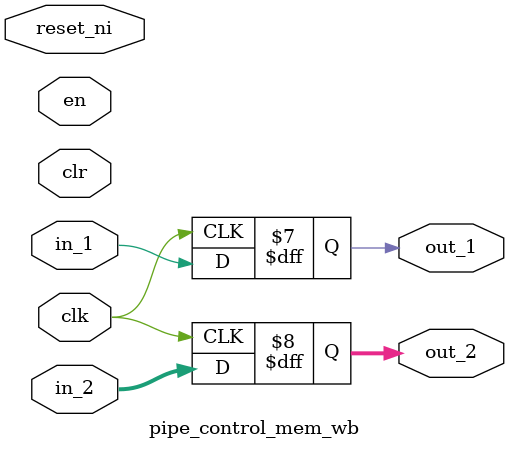
<source format=v>
 `timescale 1ns / 1ps


module pipe_if_id(
    input clk,
    input reset_ni,
    input en,
    input clr,
    input [31:0] in_1,
    input [31:0] in_2,
    input [31:0] in_3,
    output reg [31:0] out_1,
    output reg [31:0] out_2,
    output reg [31:0] out_3
    );

    
    always @(posedge clk) begin
        if (!reset_ni) begin 
            out_1 <= 0;
            out_2 <= 0;
            out_3 <= 0;
        end else if (clr) begin
            out_1 <= 32'h00000013;
            out_2 <= 0;
            out_3 <= 0; //bunlarý silcez
        end else if (!en) begin
                out_1 <= in_1;
                out_2 <= in_2;
                out_3 <= in_3;
        end
    end
endmodule



module pipe_id_ex(
    input clk,
    input reset_ni,
    input en,
    input clr,
    input [31:0] in_1,
    input [31:0] in_2,
    input [31:0] in_3,
    input [4:0]  in_4,
    input [4:0]  in_7,
    input [4:0]  in_8,
    input [31:0] in_5,
    input [31:0] in_6,
    output reg [31:0] out_1,
    output reg [31:0] out_2,
    output reg [31:0] out_3,
    output reg [4:0]  out_4,
    output reg [4:0]  out_7,
    output reg [4:0]  out_8,
    output reg [31:0] out_5,
    output reg [31:0] out_6
    );

    

    always @(posedge clk) begin
        if (!reset_ni || clr) begin
            out_1 <= 0;
            out_2 <= 0;
            out_3 <= 0;
            out_4 <= 0;
            out_5 <= 0;
            out_6 <= 0;
            out_7 <= 0;
            out_8 <= 0;
        end else begin
            out_1 <= in_1;
            out_2 <= in_2;
            out_3 <= in_3;
            out_4 <= in_4;
            out_5 <= in_5;
            out_6 <= in_6;
            out_7 <= in_7;
            out_8 <= in_8;
        end       
    end
endmodule



module pipe_id_ex_control(
    input clk,
    input en,
    input reset_ni,
    input clr,
    input             in_1,
    input      [1:0]  in_2,
    input             in_3,
    input             in_4,
    input             in_5,
    input      [3:0]  in_6,
    input             in_7,
    input             in_8,
    input  [3:0]      in_9,
    input  [3:0]      in_10,
    output reg       out_1,
    output reg [1:0] out_2,
    output reg       out_3,
    output reg       out_4,
    output reg       out_5,
    output reg [3:0] out_6,
    output reg       out_7,
    output reg       out_8,
    output reg [3:0] out_9,
    output reg [3:0] out_10
    ); 

    always @(posedge clk) begin
        if (!reset_ni || clr) begin
            out_1 <= 0;
            out_2 <= 0;
            out_3 <= 0;
            out_4 <= 0;
            out_5 <= 0;
            out_6 <= 0;
            out_7 <= 0;
            out_8 <= 0;
            out_9 <= 0;
            out_10 <= 0;
//        end else if (clr) begin
//            out_1   <= 0;
//            out_2   <= 2'b01;
//            out_3   <= 0;
//            out_6   <= 4'b0000;
//            out_7   <= 0;
//            out_8   <= 0;
//            out_9   <= 4'b0000;
//            out_10  <= 4'b0000;
        end else begin
            out_1 <= in_1;
            out_2 <= in_2;
            out_3 <= in_3;
            out_4 <= in_4;
            out_5 <= in_5;
            out_6 <= in_6;
            out_7 <= in_7;
            out_8 <= in_8;
            out_9 <= in_9;
            out_10 <= in_10;
        end      
    end

endmodule


module pipe_ex_mem(
    input clk,
    input reset_ni,
    input en,
    input clr,
    input [31:0] in_1,
    input [31:0] in_2,
    input [4:0] in_3,
    input [31:0] in_4,
    input [31:0] in_5,
    output reg [31:0] out_1,
    output reg [31:0] out_2,
    output reg [4:0]  out_3,
    output reg [31:0] out_4,
    output reg [31:0] out_5
    );

    

    always @(posedge clk) begin
        if (!reset_ni) begin
            out_1 <= 0;
            out_2 <= 0;
            out_3 <= 0;
            out_4 <= 0;
            out_5 <= 0;
        end else begin
            out_1 <= in_1;
            out_2 <= in_2;
            out_3 <= in_3;
            out_4 <= in_4;
            out_5 <= in_5;
        end
    end
endmodule


module pipe_control_ex_mem(
    input clk,
    input en,
       input reset_ni,
    input clr,
    input  in_1,
    input [1:0] in_2,
    input in_3,
    input [3:0] in_4,
    input [3:0] in_5,
    output reg  out_1,
    output reg [1:0] out_2,
    output reg out_3,
    output reg [3:0] out_4,
    output reg [3:0] out_5
    );

    always @(posedge clk) begin
        if (!reset_ni) begin
            out_1 <= 0;
            out_2 <= 0;
            out_3 <= 0;
            out_4 <= 0;
            out_5 <= 0;
        end else begin
            out_1 <= in_1;
            out_2 <= in_2;
            out_3 <= in_3;
            out_4 <= in_4;
            out_5 <= in_5;
        end
    end
endmodule


module pipe_mem_wb(
    input clk,
    input reset_ni,
    input en,
    input clr,
    input [31:0] in_1,
    input [31:0] in_2,
    input [4:0] in_3,
    input [31:0] in_4,
    input [31:0] in_5,
    output reg [31:0] out_1,
    output reg [31:0] out_2,
    output reg [4:0]  out_3,
    output reg [31:0] out_4,
    output reg [31:0] out_5
    );
  

    always @(posedge clk) begin
        if (!reset_ni) begin
            out_1 <= 0;
            out_2 <= 0;
            out_3 <= 0;
            out_4 <= 0;
            out_5 <= 0;
        end else begin
            out_1 <= in_1;
            out_2 <= in_2;
            out_3 <= in_3;
            out_4 <= in_4;
            out_5 <= in_5;
        end  
    end

endmodule



module pipe_control_mem_wb(
    input clk,
    input en,
    input reset_ni,
    input clr,
    input  in_1,
    input [1:0] in_2,
    output reg  out_1,
    output reg [1:0] out_2
    );

    always @(posedge clk) begin
        if (!reset_ni) begin
            out_1 <= in_1;
            out_2 <= in_2;
        end else begin
            out_1 <= in_1;
            out_2 <= in_2;
        end
    end

endmodule
</source>
